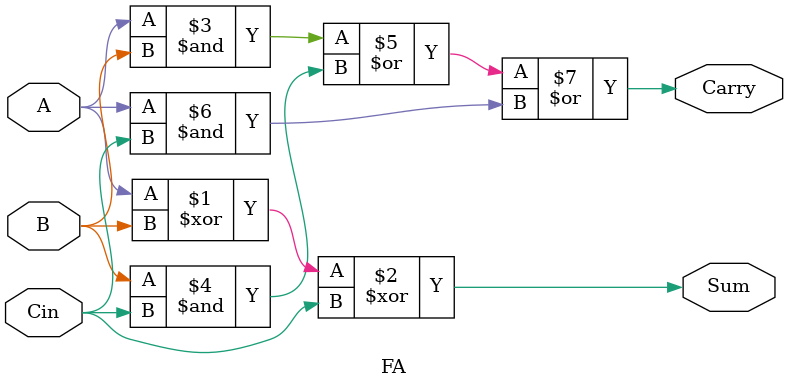
<source format=v>
`timescale 1ns / 1ps

// Author : Venu Pabbuleti 
// ID     : N180116
//Branch  : ECE
//Project : RTL design using Verilog
//Design  : Adder cum Subtractor
//Module  : Full Adder Module
//RGUKT NUZVID 
//////////////////////////////////////////////////////////////////////////////////

module FA(A,B,Cin,Sum,Carry);
input A,B,Cin;
output Sum,Carry;
assign Sum    =  (A^B^Cin);
assign Carry  =  ((A&B)|(B&Cin)|(A&Cin)); 
endmodule

</source>
